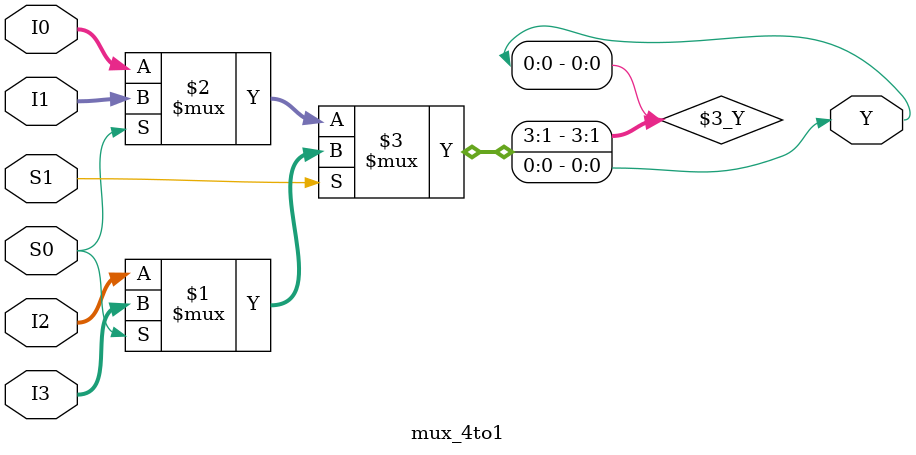
<source format=v>
module mux_4to1(I0, I1, I2, I3, S0, S1, Y);

output Y;
input [3:0] I0, I1, I2, I3;
input S0, S1;

assign Y = S1 ? (S0 ? I3 : I2) : (S0 ? I1 : I0); 

endmodule






</source>
